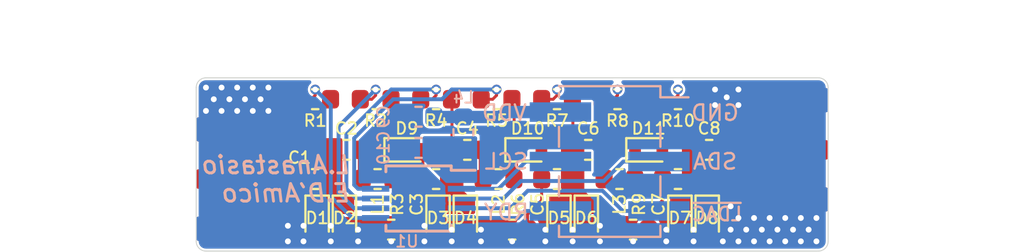
<source format=kicad_pcb>
(kicad_pcb (version 20171130) (host pcbnew 5.1.5-52549c5~84~ubuntu16.04.1)
  (title_block (title "Tunable Filter") (company "Luca Anastasio and Emanuele D'Amico"))
  (layers (0 F.Cu signal) (1 In1.Cu power hide) (2 In2.Cu power hide) (31 B.Cu signal hide) (34 B.Paste user) (35 F.Paste user) (36 B.SilkS user hide) (37 F.SilkS user hide) (38 B.Mask user) (39 F.Mask user) (44 Edge.Cuts user))
  (net 0 "")
  (net 1 GND)
  (net 2 VDDA)
  (net 3 VDD)
  (net 4 /RF/inv0/Vd)
  (net 5 /RF/RFin)
  (net 6 /RF/res0/In)
  (net 7 /RF/inv1/Vd)
  (net 8 /RF/inv1/In)
  (net 9 /RF/res1/In)
  (net 10 /RF/inv2/Vd)
  (net 11 /RF/inv2/In)
  (net 12 /RF/res2/In)
  (net 13 /RF/inv3/In)
  (net 14 /RF/inv3/Vd)
  (net 15 /RF/RFout)
  (net 16 /RF/V0)
  (net 17 /RF/V1)
  (net 18 /RF/V2)
  (net 19 /RF/V3)
  (net 20 /RF/res0/Vd+)
  (net 21 /RF/res1/Vd+)
  (net 22 /RF/res2/Vd+)
  (net 23 /DAC/RDY)
  (net 24 /DAC/~LDAC)
  (net 25 /DAC/SCL)
  (net 26 /DAC/SDA)
  (module libs:D_SOD-523 (layer F.Cu) (at 173.3 103.3 270)
    (fp_text reference D7 (at 0 0 180) (layer F.SilkS) (effects (font (size 0.6 0.6) (thickness 0.1))))
    (fp_text value BB202)
    (fp_line (start -1.15 -0.6) (end -1.15 0.6) (layer F.SilkS) (width 0.12))
    (fp_line (start 0.7 -0.6) (end -1.15 -0.6) (layer F.SilkS) (width 0.12))
    (fp_line (start 0.7 0.6) (end -1.15 0.6) (layer F.SilkS) (width 0.12))
    (pad 2 smd roundrect (at 0.7 0 90) (size 0.6 0.7) (layers F.Cu F.Paste F.Mask) (net 1 GND))
    (pad 1 smd roundrect (at -0.7 0 90) (size 0.6 0.7) (layers F.Cu F.Paste F.Mask) (net 14 /RF/inv3/Vd))
  )
  (module libs:D_SOD-523 (layer F.Cu) (at 167.1 103.3 270)
    (fp_text reference D5 (at 0 0 180) (layer F.SilkS) (effects (font (size 0.6 0.6) (thickness 0.1))))
    (fp_text value BB202)
    (fp_line (start -1.15 -0.6) (end -1.15 0.6) (layer F.SilkS) (width 0.12))
    (fp_line (start 0.7 -0.6) (end -1.15 -0.6) (layer F.SilkS) (width 0.12))
    (fp_line (start 0.7 0.6) (end -1.15 0.6) (layer F.SilkS) (width 0.12))
    (pad 2 smd roundrect (at 0.7 0 90) (size 0.6 0.7) (layers F.Cu F.Paste F.Mask) (net 1 GND))
    (pad 1 smd roundrect (at -0.7 0 90) (size 0.6 0.7) (layers F.Cu F.Paste F.Mask) (net 10 /RF/inv2/Vd))
  )
  (module libs:D_SOD-523 (layer F.Cu) (at 160.9 103.3 270)
    (fp_text reference D3 (at 0 0 180) (layer F.SilkS) (effects (font (size 0.6 0.6) (thickness 0.1))))
    (fp_text value BB202)
    (fp_line (start -1.15 -0.6) (end -1.15 0.6) (layer F.SilkS) (width 0.12))
    (fp_line (start 0.7 -0.6) (end -1.15 -0.6) (layer F.SilkS) (width 0.12))
    (fp_line (start 0.7 0.6) (end -1.15 0.6) (layer F.SilkS) (width 0.12))
    (pad 2 smd roundrect (at 0.7 0 90) (size 0.6 0.7) (layers F.Cu F.Paste F.Mask) (net 1 GND))
    (pad 1 smd roundrect (at -0.7 0 90) (size 0.6 0.7) (layers F.Cu F.Paste F.Mask) (net 7 /RF/inv1/Vd))
  )
  (module libs:D_SOD-523 (layer F.Cu) (at 154.7 103.3 270)
    (fp_text reference D1 (at 0 0 180) (layer F.SilkS) (effects (font (size 0.6 0.6) (thickness 0.1))))
    (fp_text value BB202)
    (fp_line (start -1.15 -0.6) (end -1.15 0.6) (layer F.SilkS) (width 0.12))
    (fp_line (start 0.7 -0.6) (end -1.15 -0.6) (layer F.SilkS) (width 0.12))
    (fp_line (start 0.7 0.6) (end -1.15 0.6) (layer F.SilkS) (width 0.12))
    (pad 2 smd roundrect (at 0.7 0 90) (size 0.6 0.7) (layers F.Cu F.Paste F.Mask) (net 1 GND))
    (pad 1 smd roundrect (at -0.7 0 90) (size 0.6 0.7) (layers F.Cu F.Paste F.Mask) (net 4 /RF/inv0/Vd))
  )
  (module Connector_PinHeader_2.54mm:PinHeader_2x03_P2.54mm_Vertical_SMD (layer B.Cu) (at 169.7 100.4 180)
    (fp_text reference J3 hide)
    (fp_text value Conn_01x06_Male)
    (fp_line (start -2.6 3.87) (end 2.6 3.87) (layer B.SilkS) (width 0.12))
    (fp_line (start -2.6 -3.87) (end 2.6 -3.87) (layer B.SilkS) (width 0.12))
    (fp_line (start -4.04 3.3) (end -2.6 3.3) (layer B.SilkS) (width 0.12))
    (fp_line (start -2.6 3.87) (end -2.6 3.3) (layer B.SilkS) (width 0.12))
    (fp_line (start 2.6 3.87) (end 2.6 3.3) (layer B.SilkS) (width 0.12))
    (fp_line (start -2.6 -3.3) (end -2.6 -3.87) (layer B.SilkS) (width 0.12))
    (fp_line (start 2.6 -3.3) (end 2.6 -3.87) (layer B.SilkS) (width 0.12))
    (fp_line (start -2.6 1.78) (end -2.6 0.76) (layer B.SilkS) (width 0.12))
    (fp_line (start 2.6 1.78) (end 2.6 0.76) (layer B.SilkS) (width 0.12))
    (fp_line (start -2.6 -0.76) (end -2.6 -1.78) (layer B.SilkS) (width 0.12))
    (fp_line (start 2.6 -0.76) (end 2.6 -1.78) (layer B.SilkS) (width 0.12))
    (pad 1 smd rect (at -2.525 2.54 180) (size 3.15 1) (layers B.Cu B.Paste B.Mask) (net 1 GND))
    (pad 2 smd rect (at 2.525 2.54 180) (size 3.15 1) (layers B.Cu B.Paste B.Mask) (net 3 VDD))
    (pad 3 smd rect (at -2.525 0 180) (size 3.15 1) (layers B.Cu B.Paste B.Mask) (net 26 /DAC/SDA))
    (pad 4 smd rect (at 2.525 0 180) (size 3.15 1) (layers B.Cu B.Paste B.Mask) (net 25 /DAC/SCL))
    (pad 5 smd rect (at -2.525 -2.54 180) (size 3.15 1) (layers B.Cu B.Paste B.Mask) (net 24 /DAC/~LDAC))
    (pad 6 smd rect (at 2.525 -2.54 180) (size 3.15 1) (layers B.Cu B.Paste B.Mask) (net 23 /DAC/RDY))
  )
  (module Capacitor_SMD:C_0603_1608Metric (layer B.Cu) (at 159.9 98.1 180)
    (fp_text reference C9 (at 1.8 0 90) (layer B.SilkS) (effects (font (size 0.6 0.6) (thickness 0.1)) (justify mirror)))
    (fp_text value 4.7u)
    (fp_line (start -0.162779 -0.51) (end 0.162779 -0.51) (layer B.SilkS) (width 0.12))
    (fp_line (start -0.162779 0.51) (end 0.162779 0.51) (layer B.SilkS) (width 0.12))
    (pad 2 smd roundrect (at 0.7875 0 180) (size 0.875 0.95) (layers B.Cu B.Paste B.Mask) (net 1 GND))
    (pad 1 smd roundrect (at -0.7875 0 180) (size 0.875 0.95) (layers B.Cu B.Paste B.Mask) (net 3 VDD))
  )
  (module Inductor_SMD:L_0603_1608Metric (layer B.Cu) (at 162.2 98.9 90)
    (fp_text reference L4 (at 1.8 0) (layer B.SilkS) (effects (font (size 0.6 0.6) (thickness 0.1)) (justify mirror)))
    (fp_text value 180R)
    (fp_line (start -0.162779 -0.51) (end 0.162779 -0.51) (layer B.SilkS) (width 0.12))
    (fp_line (start -0.162779 0.51) (end 0.162779 0.51) (layer B.SilkS) (width 0.12))
    (pad 2 smd roundrect (at 0.7875 0 90) (size 0.875 0.95) (layers B.Cu B.Paste B.Mask) (net 3 VDD))
    (pad 1 smd roundrect (at -0.7875 0 90) (size 0.875 0.95) (layers B.Cu B.Paste B.Mask) (net 2 VDDA))
  )
  (module libs:SMA_generic_EdgeMount (layer F.Cu) (at 148.5 101.3)
    (fp_text reference J1 hide)
    (fp_text value Conn_Coaxial)
    (pad 2 smd roundrect (at 2.125 2.55) (size 4.25 1.25) (layers B.Cu B.Paste B.Mask) (roundrect_rratio 0.1) (net 1 GND))
    (pad 2 smd roundrect (at 2.125 -2.55) (size 4.25 1.25) (layers F.Cu F.Paste F.Mask) (roundrect_rratio 0.1) (net 1 GND))
    (pad 1 smd roundrect (at 2.125 0) (size 4.25 1) (layers F.Cu F.Paste F.Mask) (roundrect_rratio 0.1) (net 5 /RF/RFin))
    (pad 2 smd roundrect (at 2.125 2.55) (size 4.25 1.25) (layers B.Cu B.Paste B.Mask) (roundrect_rratio 0.1) (net 1 GND))
    (pad 2 smd roundrect (at 2.125 2.55) (size 4.25 1.25) (layers F.Cu F.Paste F.Mask) (roundrect_rratio 0.1) (net 1 GND))
    (pad 2 smd roundrect (at 2.125 -2.55) (size 4.25 1.25) (layers B.Cu B.Paste B.Mask) (roundrect_rratio 0.1) (net 1 GND))
  )
  (module Resistor_SMD:R_0603_1608Metric (layer F.Cu) (at 173.2 97.2)
    (fp_text reference R10 (at 0 1.1) (layer F.SilkS) (effects (font (size 0.6 0.6) (thickness 0.1))))
    (fp_text value 100k)
    (fp_line (start -0.162779 0.51) (end 0.162779 0.51) (layer F.SilkS) (width 0.12))
    (fp_line (start -0.162779 -0.51) (end 0.162779 -0.51) (layer F.SilkS) (width 0.12))
    (pad 2 smd roundrect (at 0.7875 0) (size 0.875 0.95) (layers F.Cu F.Paste F.Mask) (net 14 /RF/inv3/Vd))
    (pad 1 smd roundrect (at -0.7875 0) (size 0.875 0.95) (layers F.Cu F.Paste F.Mask) (net 16 /RF/V0))
  )
  (module Resistor_SMD:R_0603_1608Metric (layer F.Cu) (at 170.9 103.9 180)
    (fp_text reference R9 (at -0.3 1.3 90) (layer F.SilkS) (effects (font (size 0.6 0.6) (thickness 0.1))))
    (fp_text value 100k)
    (fp_line (start -0.162779 0.51) (end 0.162779 0.51) (layer F.SilkS) (width 0.12))
    (fp_line (start -0.162779 -0.51) (end 0.162779 -0.51) (layer F.SilkS) (width 0.12))
    (pad 2 smd roundrect (at 0.7875 0 180) (size 0.875 0.95) (layers F.Cu F.Paste F.Mask) (net 1 GND))
    (pad 1 smd roundrect (at -0.7875 0 180) (size 0.875 0.95) (layers F.Cu F.Paste F.Mask) (net 13 /RF/inv3/In))
  )
  (module Resistor_SMD:R_0603_1608Metric (layer F.Cu) (at 170.1 97.2)
    (fp_text reference R8 (at 0 1.1) (layer F.SilkS) (effects (font (size 0.6 0.6) (thickness 0.1))))
    (fp_text value 100k)
    (fp_line (start -0.162779 0.51) (end 0.162779 0.51) (layer F.SilkS) (width 0.12))
    (fp_line (start -0.162779 -0.51) (end 0.162779 -0.51) (layer F.SilkS) (width 0.12))
    (pad 2 smd roundrect (at 0.7875 0) (size 0.875 0.95) (layers F.Cu F.Paste F.Mask) (net 22 /RF/res2/Vd+))
    (pad 1 smd roundrect (at -0.7875 0) (size 0.875 0.95) (layers F.Cu F.Paste F.Mask) (net 17 /RF/V1))
  )
  (module Resistor_SMD:R_0603_1608Metric (layer F.Cu) (at 167 97.2)
    (fp_text reference R7 (at 0 1.1) (layer F.SilkS) (effects (font (size 0.6 0.6) (thickness 0.1))))
    (fp_text value 100k)
    (fp_line (start -0.162779 0.51) (end 0.162779 0.51) (layer F.SilkS) (width 0.12))
    (fp_line (start -0.162779 -0.51) (end 0.162779 -0.51) (layer F.SilkS) (width 0.12))
    (pad 2 smd roundrect (at 0.7875 0) (size 0.875 0.95) (layers F.Cu F.Paste F.Mask) (net 10 /RF/inv2/Vd))
    (pad 1 smd roundrect (at -0.7875 0) (size 0.875 0.95) (layers F.Cu F.Paste F.Mask) (net 18 /RF/V2))
  )
  (module Resistor_SMD:R_0603_1608Metric (layer F.Cu) (at 164.7 103.9 180)
    (fp_text reference R6 (at -0.3 1.3 270) (layer F.SilkS) (effects (font (size 0.6 0.6) (thickness 0.1))))
    (fp_text value 100k)
    (fp_line (start -0.162779 -0.51) (end 0.162779 -0.51) (layer F.SilkS) (width 0.12))
    (fp_line (start -0.162779 0.51) (end 0.162779 0.51) (layer F.SilkS) (width 0.12))
    (pad 1 smd roundrect (at -0.7875 0 180) (size 0.875 0.95) (layers F.Cu F.Paste F.Mask) (net 11 /RF/inv2/In))
    (pad 2 smd roundrect (at 0.7875 0 180) (size 0.875 0.95) (layers F.Cu F.Paste F.Mask) (net 1 GND))
  )
  (module Resistor_SMD:R_0603_1608Metric (layer F.Cu) (at 163.9 97.2)
    (fp_text reference R5 (at 0 1.1) (layer F.SilkS) (effects (font (size 0.6 0.6) (thickness 0.1))))
    (fp_text value 100k)
    (fp_line (start -0.162779 -0.51) (end 0.162779 -0.51) (layer F.SilkS) (width 0.12))
    (fp_line (start -0.162779 0.51) (end 0.162779 0.51) (layer F.SilkS) (width 0.12))
    (pad 1 smd roundrect (at -0.7875 0) (size 0.875 0.95) (layers F.Cu F.Paste F.Mask) (net 19 /RF/V3))
    (pad 2 smd roundrect (at 0.7875 0) (size 0.875 0.95) (layers F.Cu F.Paste F.Mask) (net 21 /RF/res1/Vd+))
  )
  (module Resistor_SMD:R_0603_1608Metric (layer F.Cu) (at 160.8 97.2)
    (fp_text reference R4 (at 0 1.1) (layer F.SilkS) (effects (font (size 0.6 0.6) (thickness 0.1))))
    (fp_text value 100k)
    (fp_line (start -0.162779 -0.51) (end 0.162779 -0.51) (layer F.SilkS) (width 0.12))
    (fp_line (start -0.162779 0.51) (end 0.162779 0.51) (layer F.SilkS) (width 0.12))
    (pad 1 smd roundrect (at -0.7875 0) (size 0.875 0.95) (layers F.Cu F.Paste F.Mask) (net 18 /RF/V2))
    (pad 2 smd roundrect (at 0.7875 0) (size 0.875 0.95) (layers F.Cu F.Paste F.Mask) (net 7 /RF/inv1/Vd))
  )
  (module Resistor_SMD:R_0603_1608Metric (layer F.Cu) (at 158.5 103.9 180)
    (fp_text reference R3 (at -0.3 1.3 270) (layer F.SilkS) (effects (font (size 0.6 0.6) (thickness 0.1))))
    (fp_text value 100k)
    (fp_line (start -0.162779 -0.51) (end 0.162779 -0.51) (layer F.SilkS) (width 0.12))
    (fp_line (start -0.162779 0.51) (end 0.162779 0.51) (layer F.SilkS) (width 0.12))
    (pad 1 smd roundrect (at -0.7875 0 180) (size 0.875 0.95) (layers F.Cu F.Paste F.Mask) (net 8 /RF/inv1/In))
    (pad 2 smd roundrect (at 0.7875 0 180) (size 0.875 0.95) (layers F.Cu F.Paste F.Mask) (net 1 GND))
  )
  (module Resistor_SMD:R_0603_1608Metric (layer F.Cu) (at 157.7 97.2)
    (fp_text reference R2 (at 0 1.1) (layer F.SilkS) (effects (font (size 0.6 0.6) (thickness 0.1))))
    (fp_text value 100k)
    (fp_line (start -0.162779 -0.51) (end 0.162779 -0.51) (layer F.SilkS) (width 0.12))
    (fp_line (start -0.162779 0.51) (end 0.162779 0.51) (layer F.SilkS) (width 0.12))
    (pad 1 smd roundrect (at -0.7875 0) (size 0.875 0.95) (layers F.Cu F.Paste F.Mask) (net 17 /RF/V1))
    (pad 2 smd roundrect (at 0.7875 0) (size 0.875 0.95) (layers F.Cu F.Paste F.Mask) (net 20 /RF/res0/Vd+))
  )
  (module Resistor_SMD:R_0603_1608Metric (layer F.Cu) (at 154.6 97.2)
    (fp_text reference R1 (at 0 1.1) (layer F.SilkS) (effects (font (size 0.6 0.6) (thickness 0.1))))
    (fp_text value 100k)
    (fp_line (start -0.162779 -0.51) (end 0.162779 -0.51) (layer F.SilkS) (width 0.12))
    (fp_line (start -0.162779 0.51) (end 0.162779 0.51) (layer F.SilkS) (width 0.12))
    (pad 1 smd roundrect (at -0.7875 0) (size 0.875 0.95) (layers F.Cu F.Paste F.Mask) (net 16 /RF/V0))
    (pad 2 smd roundrect (at 0.7875 0) (size 0.875 0.95) (layers F.Cu F.Paste F.Mask) (net 4 /RF/inv0/Vd))
  )
  (module libs:Coilcraft_0603CS (layer F.Cu) (at 170.2 101.3)
    (fp_text reference L3 (at 0 1.3 90) (layer F.SilkS) (effects (font (size 0.6 0.6) (thickness 0.1))))
    (fp_text value L0)
    (fp_line (start -0.162779 -0.51) (end 0.162779 -0.51) (layer F.SilkS) (width 0.12))
    (fp_line (start -0.162779 0.51) (end 0.162779 0.51) (layer F.SilkS) (width 0.12))
    (pad 1 smd roundrect (at -0.7875 0) (size 0.875 0.95) (layers F.Cu F.Paste F.Mask) (net 12 /RF/res2/In))
    (pad 2 smd roundrect (at 0.7875 0) (size 0.875 0.95) (layers F.Cu F.Paste F.Mask) (net 22 /RF/res2/Vd+))
  )
  (module libs:Coilcraft_0603CS (layer F.Cu) (at 164 101.3)
    (fp_text reference L2 (at 0 1.3 270) (layer F.SilkS) (effects (font (size 0.6 0.6) (thickness 0.1))))
    (fp_text value L0)
    (fp_line (start -0.162779 0.51) (end 0.162779 0.51) (layer F.SilkS) (width 0.12))
    (fp_line (start -0.162779 -0.51) (end 0.162779 -0.51) (layer F.SilkS) (width 0.12))
    (pad 2 smd roundrect (at 0.7875 0) (size 0.875 0.95) (layers F.Cu F.Paste F.Mask) (net 21 /RF/res1/Vd+))
    (pad 1 smd roundrect (at -0.7875 0) (size 0.875 0.95) (layers F.Cu F.Paste F.Mask) (net 9 /RF/res1/In))
  )
  (module libs:Coilcraft_0603CS (layer F.Cu) (at 157.8 101.3)
    (fp_text reference L1 (at 0 1.3 270) (layer F.SilkS) (effects (font (size 0.6 0.6) (thickness 0.1))))
    (fp_text value L0)
    (fp_line (start -0.162779 0.51) (end 0.162779 0.51) (layer F.SilkS) (width 0.12))
    (fp_line (start -0.162779 -0.51) (end 0.162779 -0.51) (layer F.SilkS) (width 0.12))
    (pad 2 smd roundrect (at 0.7875 0) (size 0.875 0.95) (layers F.Cu F.Paste F.Mask) (net 20 /RF/res0/Vd+))
    (pad 1 smd roundrect (at -0.7875 0) (size 0.875 0.95) (layers F.Cu F.Paste F.Mask) (net 6 /RF/res0/In))
  )
  (module libs:SMA_generic_EdgeMount (layer F.Cu) (at 180.9 99.8 180)
    (fp_text reference J2 hide)
    (fp_text value Conn_Coaxial)
    (pad 2 smd roundrect (at 2.125 -2.55 180) (size 4.25 1.25) (layers B.Cu B.Paste B.Mask) (roundrect_rratio 0.1) (net 1 GND))
    (pad 2 smd roundrect (at 2.125 2.55 180) (size 4.25 1.25) (layers F.Cu F.Paste F.Mask) (roundrect_rratio 0.1) (net 1 GND))
    (pad 2 smd roundrect (at 2.125 2.55 180) (size 4.25 1.25) (layers B.Cu B.Paste B.Mask) (roundrect_rratio 0.1) (net 1 GND))
    (pad 1 smd roundrect (at 2.125 0 180) (size 4.25 1) (layers F.Cu F.Paste F.Mask) (roundrect_rratio 0.1) (net 15 /RF/RFout))
    (pad 2 smd roundrect (at 2.125 -2.55 180) (size 4.25 1.25) (layers F.Cu F.Paste F.Mask) (roundrect_rratio 0.1) (net 1 GND))
    (pad 2 smd roundrect (at 2.125 2.55 180) (size 4.25 1.25) (layers B.Cu B.Paste B.Mask) (roundrect_rratio 0.1) (net 1 GND))
  )
  (module libs:D_SOD-523 (layer F.Cu) (at 174.7 103.3 270)
    (fp_text reference D8 (at 0 0 180) (layer F.SilkS) (effects (font (size 0.6 0.6) (thickness 0.1))))
    (fp_text value BB202)
    (fp_line (start 0.7 0.6) (end -1.15 0.6) (layer F.SilkS) (width 0.12))
    (fp_line (start 0.7 -0.6) (end -1.15 -0.6) (layer F.SilkS) (width 0.12))
    (fp_line (start -1.15 -0.6) (end -1.15 0.6) (layer F.SilkS) (width 0.12))
    (pad 1 smd roundrect (at -0.7 0 90) (size 0.6 0.7) (layers F.Cu F.Paste F.Mask) (net 14 /RF/inv3/Vd))
    (pad 2 smd roundrect (at 0.7 0 90) (size 0.6 0.7) (layers F.Cu F.Paste F.Mask) (net 1 GND))
  )
  (module libs:D_SOD-523 (layer F.Cu) (at 171.7 99.8)
    (fp_text reference D11 (at 0 -1.1) (layer F.SilkS) (effects (font (size 0.6 0.6) (thickness 0.1))))
    (fp_text value BB202)
    (fp_line (start 0.7 0.6) (end -1.15 0.6) (layer F.SilkS) (width 0.12))
    (fp_line (start 0.7 -0.6) (end -1.15 -0.6) (layer F.SilkS) (width 0.12))
    (fp_line (start -1.15 -0.6) (end -1.15 0.6) (layer F.SilkS) (width 0.12))
    (pad 1 smd roundrect (at -0.7 0 180) (size 0.6 0.7) (layers F.Cu F.Paste F.Mask) (net 22 /RF/res2/Vd+))
    (pad 2 smd roundrect (at 0.7 0 180) (size 0.6 0.7) (layers F.Cu F.Paste F.Mask) (net 13 /RF/inv3/In))
  )
  (module libs:D_SOD-523 (layer F.Cu) (at 168.5 103.3 270)
    (fp_text reference D6 (at 0 0 180) (layer F.SilkS) (effects (font (size 0.6 0.6) (thickness 0.1))))
    (fp_text value BB202)
    (fp_line (start 0.7 0.6) (end -1.15 0.6) (layer F.SilkS) (width 0.12))
    (fp_line (start 0.7 -0.6) (end -1.15 -0.6) (layer F.SilkS) (width 0.12))
    (fp_line (start -1.15 -0.6) (end -1.15 0.6) (layer F.SilkS) (width 0.12))
    (pad 1 smd roundrect (at -0.7 0 90) (size 0.6 0.7) (layers F.Cu F.Paste F.Mask) (net 10 /RF/inv2/Vd))
    (pad 2 smd roundrect (at 0.7 0 90) (size 0.6 0.7) (layers F.Cu F.Paste F.Mask) (net 1 GND))
  )
  (module libs:D_SOD-523 (layer F.Cu) (at 165.5 99.8)
    (fp_text reference D10 (at 0 -1.1) (layer F.SilkS) (effects (font (size 0.6 0.6) (thickness 0.1))))
    (fp_text value BB202)
    (fp_line (start 0.7 0.6) (end -1.15 0.6) (layer F.SilkS) (width 0.12))
    (fp_line (start 0.7 -0.6) (end -1.15 -0.6) (layer F.SilkS) (width 0.12))
    (fp_line (start -1.15 -0.6) (end -1.15 0.6) (layer F.SilkS) (width 0.12))
    (pad 1 smd roundrect (at -0.7 0 180) (size 0.6 0.7) (layers F.Cu F.Paste F.Mask) (net 21 /RF/res1/Vd+))
    (pad 2 smd roundrect (at 0.7 0 180) (size 0.6 0.7) (layers F.Cu F.Paste F.Mask) (net 11 /RF/inv2/In))
  )
  (module libs:D_SOD-523 (layer F.Cu) (at 162.3 103.3 270)
    (fp_text reference D4 (at 0 0 180) (layer F.SilkS) (effects (font (size 0.6 0.6) (thickness 0.1))))
    (fp_text value BB202)
    (fp_line (start -1.15 -0.6) (end -1.15 0.6) (layer F.SilkS) (width 0.12))
    (fp_line (start 0.7 -0.6) (end -1.15 -0.6) (layer F.SilkS) (width 0.12))
    (fp_line (start 0.7 0.6) (end -1.15 0.6) (layer F.SilkS) (width 0.12))
    (pad 2 smd roundrect (at 0.7 0 90) (size 0.6 0.7) (layers F.Cu F.Paste F.Mask) (net 1 GND))
    (pad 1 smd roundrect (at -0.7 0 90) (size 0.6 0.7) (layers F.Cu F.Paste F.Mask) (net 7 /RF/inv1/Vd))
  )
  (module libs:D_SOD-523 (layer F.Cu) (at 159.3 99.8)
    (fp_text reference D9 (at 0 -1.1) (layer F.SilkS) (effects (font (size 0.6 0.6) (thickness 0.1))))
    (fp_text value BB202)
    (fp_line (start 0.7 0.6) (end -1.15 0.6) (layer F.SilkS) (width 0.12))
    (fp_line (start 0.7 -0.6) (end -1.15 -0.6) (layer F.SilkS) (width 0.12))
    (fp_line (start -1.15 -0.6) (end -1.15 0.6) (layer F.SilkS) (width 0.12))
    (pad 1 smd roundrect (at -0.7 0 180) (size 0.6 0.7) (layers F.Cu F.Paste F.Mask) (net 20 /RF/res0/Vd+))
    (pad 2 smd roundrect (at 0.7 0 180) (size 0.6 0.7) (layers F.Cu F.Paste F.Mask) (net 8 /RF/inv1/In))
  )
  (module libs:D_SOD-523 (layer F.Cu) (at 156.1 103.3 270)
    (fp_text reference D2 (at 0 0 180) (layer F.SilkS) (effects (font (size 0.6 0.6) (thickness 0.1))))
    (fp_text value BB202)
    (fp_line (start -1.15 -0.6) (end -1.15 0.6) (layer F.SilkS) (width 0.12))
    (fp_line (start 0.7 -0.6) (end -1.15 -0.6) (layer F.SilkS) (width 0.12))
    (fp_line (start 0.7 0.6) (end -1.15 0.6) (layer F.SilkS) (width 0.12))
    (pad 2 smd roundrect (at 0.7 0 90) (size 0.6 0.7) (layers F.Cu F.Paste F.Mask) (net 1 GND))
    (pad 1 smd roundrect (at -0.7 0 90) (size 0.6 0.7) (layers F.Cu F.Paste F.Mask) (net 4 /RF/inv0/Vd))
  )
  (module Capacitor_SMD:C_0603_1608Metric (layer B.Cu) (at 159.9 99.7 180)
    (fp_text reference C10 (at 1.8 0 90) (layer B.SilkS) (effects (font (size 0.6 0.6) (thickness 0.1)) (justify mirror)))
    (fp_text value 100n)
    (fp_line (start -0.162779 0.51) (end 0.162779 0.51) (layer B.SilkS) (width 0.12))
    (fp_line (start -0.162779 -0.51) (end 0.162779 -0.51) (layer B.SilkS) (width 0.12))
    (pad 1 smd roundrect (at -0.7875 0 180) (size 0.875 0.95) (layers B.Cu B.Paste B.Mask) (net 2 VDDA))
    (pad 2 smd roundrect (at 0.7875 0 180) (size 0.875 0.95) (layers B.Cu B.Paste B.Mask) (net 1 GND))
  )
  (module Capacitor_SMD:C_0603_1608Metric (layer F.Cu) (at 174.8 99.8)
    (fp_text reference C8 (at 0 -1.1) (layer F.SilkS) (effects (font (size 0.6 0.6) (thickness 0.1))))
    (fp_text value 100n)
    (fp_line (start -0.162779 0.51) (end 0.162779 0.51) (layer F.SilkS) (width 0.12))
    (fp_line (start -0.162779 -0.51) (end 0.162779 -0.51) (layer F.SilkS) (width 0.12))
    (pad 2 smd roundrect (at 0.7875 0) (size 0.875 0.95) (layers F.Cu F.Paste F.Mask) (net 15 /RF/RFout))
    (pad 1 smd roundrect (at -0.7875 0) (size 0.875 0.95) (layers F.Cu F.Paste F.Mask) (net 14 /RF/inv3/Vd))
  )
  (module Capacitor_SMD:C_0603_1608Metric (layer F.Cu) (at 173.2 101.3)
    (fp_text reference C7 (at -1 1.3 90) (layer F.SilkS) (effects (font (size 0.6 0.6) (thickness 0.1))))
    (fp_text value 100n)
    (fp_line (start -0.162779 0.51) (end 0.162779 0.51) (layer F.SilkS) (width 0.12))
    (fp_line (start -0.162779 -0.51) (end 0.162779 -0.51) (layer F.SilkS) (width 0.12))
    (pad 2 smd roundrect (at 0.7875 0) (size 0.875 0.95) (layers F.Cu F.Paste F.Mask) (net 14 /RF/inv3/Vd))
    (pad 1 smd roundrect (at -0.7875 0) (size 0.875 0.95) (layers F.Cu F.Paste F.Mask) (net 13 /RF/inv3/In))
  )
  (module Capacitor_SMD:C_0603_1608Metric (layer F.Cu) (at 168.6 99.8)
    (fp_text reference C6 (at 0 -1.1) (layer F.SilkS) (effects (font (size 0.6 0.6) (thickness 0.1))))
    (fp_text value 100n)
    (fp_line (start -0.162779 -0.51) (end 0.162779 -0.51) (layer F.SilkS) (width 0.12))
    (fp_line (start -0.162779 0.51) (end 0.162779 0.51) (layer F.SilkS) (width 0.12))
    (pad 1 smd roundrect (at -0.7875 0) (size 0.875 0.95) (layers F.Cu F.Paste F.Mask) (net 10 /RF/inv2/Vd))
    (pad 2 smd roundrect (at 0.7875 0) (size 0.875 0.95) (layers F.Cu F.Paste F.Mask) (net 12 /RF/res2/In))
  )
  (module Capacitor_SMD:C_0603_1608Metric (layer F.Cu) (at 167 101.3)
    (fp_text reference C5 (at -1 1.3 270) (layer F.SilkS) (effects (font (size 0.6 0.6) (thickness 0.1))))
    (fp_text value 100n)
    (fp_line (start -0.162779 -0.51) (end 0.162779 -0.51) (layer F.SilkS) (width 0.12))
    (fp_line (start -0.162779 0.51) (end 0.162779 0.51) (layer F.SilkS) (width 0.12))
    (pad 1 smd roundrect (at -0.7875 0) (size 0.875 0.95) (layers F.Cu F.Paste F.Mask) (net 11 /RF/inv2/In))
    (pad 2 smd roundrect (at 0.7875 0) (size 0.875 0.95) (layers F.Cu F.Paste F.Mask) (net 10 /RF/inv2/Vd))
  )
  (module Capacitor_SMD:C_0603_1608Metric (layer F.Cu) (at 162.4 99.8)
    (fp_text reference C4 (at 0 -1.1) (layer F.SilkS) (effects (font (size 0.6 0.6) (thickness 0.1))))
    (fp_text value 100n)
    (fp_line (start -0.162779 -0.51) (end 0.162779 -0.51) (layer F.SilkS) (width 0.12))
    (fp_line (start -0.162779 0.51) (end 0.162779 0.51) (layer F.SilkS) (width 0.12))
    (pad 1 smd roundrect (at -0.7875 0) (size 0.875 0.95) (layers F.Cu F.Paste F.Mask) (net 7 /RF/inv1/Vd))
    (pad 2 smd roundrect (at 0.7875 0) (size 0.875 0.95) (layers F.Cu F.Paste F.Mask) (net 9 /RF/res1/In))
  )
  (module Capacitor_SMD:C_0603_1608Metric (layer F.Cu) (at 160.8 101.3)
    (fp_text reference C3 (at -1 1.3 90) (layer F.SilkS) (effects (font (size 0.6 0.6) (thickness 0.1))))
    (fp_text value 100n)
    (fp_line (start -0.162779 -0.51) (end 0.162779 -0.51) (layer F.SilkS) (width 0.12))
    (fp_line (start -0.162779 0.51) (end 0.162779 0.51) (layer F.SilkS) (width 0.12))
    (pad 1 smd roundrect (at -0.7875 0) (size 0.875 0.95) (layers F.Cu F.Paste F.Mask) (net 8 /RF/inv1/In))
    (pad 2 smd roundrect (at 0.7875 0) (size 0.875 0.95) (layers F.Cu F.Paste F.Mask) (net 7 /RF/inv1/Vd))
  )
  (module Package_SO:MSOP-10_3x3mm_P0.5mm (layer B.Cu) (at 159.9 102.3 180)
    (fp_text reference U1 (at 0.6 -2.2) (layer B.SilkS) (effects (font (size 0.6 0.6) (thickness 0.1)) (justify mirror)))
    (fp_text value MCP4728)
    (fp_line (start -1.675 1.675) (end -1.675 1.45) (layer B.SilkS) (width 0.15))
    (fp_line (start 1.675 1.675) (end 1.675 1.375) (layer B.SilkS) (width 0.15))
    (fp_line (start 1.675 -1.675) (end 1.675 -1.375) (layer B.SilkS) (width 0.15))
    (fp_line (start -1.675 -1.675) (end -1.675 -1.375) (layer B.SilkS) (width 0.15))
    (fp_line (start -1.675 1.675) (end 1.675 1.675) (layer B.SilkS) (width 0.15))
    (fp_line (start -1.675 -1.675) (end 1.675 -1.675) (layer B.SilkS) (width 0.15))
    (fp_line (start -1.675 1.45) (end -2.9 1.45) (layer B.SilkS) (width 0.15))
    (pad 1 smd rect (at -2.2 1 180) (size 1.4 0.3) (layers B.Cu B.Paste B.Mask) (net 2 VDDA))
    (pad 2 smd rect (at -2.2 0.5 180) (size 1.4 0.3) (layers B.Cu B.Paste B.Mask) (net 25 /DAC/SCL))
    (pad 3 smd rect (at -2.2 0 180) (size 1.4 0.3) (layers B.Cu B.Paste B.Mask) (net 26 /DAC/SDA))
    (pad 4 smd rect (at -2.2 -0.5 180) (size 1.4 0.3) (layers B.Cu B.Paste B.Mask) (net 24 /DAC/~LDAC))
    (pad 5 smd rect (at -2.2 -1 180) (size 1.4 0.3) (layers B.Cu B.Paste B.Mask) (net 23 /DAC/RDY))
    (pad 6 smd rect (at 2.2 -1 180) (size 1.4 0.3) (layers B.Cu B.Paste B.Mask) (net 16 /RF/V0))
    (pad 7 smd rect (at 2.2 -0.5 180) (size 1.4 0.3) (layers B.Cu B.Paste B.Mask) (net 17 /RF/V1))
    (pad 8 smd rect (at 2.2 0 180) (size 1.4 0.3) (layers B.Cu B.Paste B.Mask) (net 18 /RF/V2))
    (pad 9 smd rect (at 2.2 0.5 180) (size 1.4 0.3) (layers B.Cu B.Paste B.Mask) (net 19 /RF/V3))
    (pad 10 smd rect (at 2.2 1 180) (size 1.4 0.3) (layers B.Cu B.Paste B.Mask) (net 1 GND))
  )
  (module Capacitor_SMD:C_0603_1608Metric (layer F.Cu) (at 154.6 101.3)
    (fp_text reference C1 (at -0.8 -1.1 180) (layer F.SilkS) (effects (font (size 0.6 0.6) (thickness 0.1))))
    (fp_text value 100n)
    (fp_line (start -0.162779 -0.51) (end 0.162779 -0.51) (layer F.SilkS) (width 0.12))
    (fp_line (start -0.162779 0.51) (end 0.162779 0.51) (layer F.SilkS) (width 0.12))
    (pad 1 smd roundrect (at -0.7875 0) (size 0.875 0.95) (layers F.Cu F.Paste F.Mask) (net 5 /RF/RFin))
    (pad 2 smd roundrect (at 0.7875 0) (size 0.875 0.95) (layers F.Cu F.Paste F.Mask) (net 4 /RF/inv0/Vd))
  )
  (module Capacitor_SMD:C_0603_1608Metric (layer F.Cu) (at 156.2 99.8)
    (fp_text reference C2 (at 0 -1.1) (layer F.SilkS) (effects (font (size 0.6 0.6) (thickness 0.1))))
    (fp_text value 100n)
    (fp_line (start -0.162779 -0.51) (end 0.162779 -0.51) (layer F.SilkS) (width 0.12))
    (fp_line (start -0.162779 0.51) (end 0.162779 0.51) (layer F.SilkS) (width 0.12))
    (pad 1 smd roundrect (at -0.7875 0) (size 0.875 0.95) (layers F.Cu F.Paste F.Mask) (net 4 /RF/inv0/Vd))
    (pad 2 smd roundrect (at 0.7875 0) (size 0.875 0.95) (layers F.Cu F.Paste F.Mask) (net 6 /RF/res0/In))
  )
  (gr_text "L.Anastasio\nE.D'Amico" (at 156.5 101.3) (layer B.SilkS) (effects (font (size 0.9 0.9) (thickness 0.15) italic) (justify left mirror)))
  (gr_text RDY (at 164.4 103) (layer B.SilkS) (effects (font (size 0.8 0.8) (thickness 0.12)) (justify mirror)))
  (gr_text SCL (at 164.4 100.4) (layer B.SilkS) (effects (font (size 0.8 0.8) (thickness 0.12)) (justify mirror)))
  (gr_text VDD (at 164.3 97.9) (layer B.SilkS) (effects (font (size 0.8 0.8) (thickness 0.12)) (justify mirror)))
  (gr_text ~LDAC (at 175.2 103.1) (layer B.SilkS) (effects (font (size 0.7 0.7) (thickness 0.12)) (justify mirror)))
  (gr_text SDA (at 175.1 100.4) (layer B.SilkS) (effects (font (size 0.8 0.8) (thickness 0.12)) (justify mirror)))
  (gr_text GND (at 175.1 97.9) (layer B.SilkS) (effects (font (size 0.8 0.8) (thickness 0.12)) (justify mirror)))
  (gr_line (start 149 96.1) (end 180.4 96.1) (layer Edge.Cuts) (width 0.05))
  (gr_line (start 180.4 105) (end 149 105) (layer Edge.Cuts) (width 0.05))
  (gr_line (start 180.9 104.5) (end 180.9 96.6) (layer Edge.Cuts) (width 0.05))
  (gr_line (start 148.5 104.5) (end 148.5 96.6) (layer Edge.Cuts) (width 0.05))
  (gr_arc (start 180.4 96.6) (end 180.9 96.6) (angle -90) (layer Edge.Cuts) (width 0.05))
  (gr_arc (start 180.4 104.5) (end 180.4 105) (angle -90) (layer Edge.Cuts) (width 0.05))
  (gr_arc (start 149 104.5) (end 148.5 104.5) (angle -90) (layer Edge.Cuts) (width 0.05))
  (gr_arc (start 149 96.6) (end 149 96.1) (angle -90) (layer Edge.Cuts) (width 0.05))
  (via (at 158.5 104.5) (size 0.5) (drill 0.3) (layers F.Cu B.Cu) (net 1))
  (via (at 155.4 103.7) (size 0.5) (drill 0.3) (layers F.Cu B.Cu) (net 1))
  (via (at 154 103.7) (size 0.5) (drill 0.3) (layers F.Cu B.Cu) (net 1))
  (via (at 154 104.5) (size 0.5) (drill 0.3) (layers F.Cu B.Cu) (net 1))
  (via (at 153.2 104.5) (size 0.5) (drill 0.3) (layers F.Cu B.Cu) (net 1))
  (via (at 153.2 103.7) (size 0.5) (drill 0.3) (layers F.Cu B.Cu) (net 1))
  (via (at 155.4 104.5) (size 0.5) (drill 0.3) (layers F.Cu B.Cu) (net 1))
  (via (at 156.8 104.5) (size 0.5) (drill 0.3) (layers F.Cu B.Cu) (net 1))
  (via (at 161.6 104.5) (size 0.5) (drill 0.3) (layers F.Cu B.Cu) (net 1))
  (via (at 161.6 103.9) (size 0.5) (drill 0.3) (layers F.Cu B.Cu) (net 1))
  (via (at 167.8 104.5) (size 0.5) (drill 0.3) (layers F.Cu B.Cu) (net 1))
  (via (at 174 104.5) (size 0.5) (drill 0.3) (layers F.Cu B.Cu) (net 1))
  (via (at 163.1 104.5) (size 0.5) (drill 0.3) (layers F.Cu B.Cu) (net 1))
  (via (at 169.2 104.5) (size 0.5) (drill 0.3) (layers F.Cu B.Cu) (net 1))
  (via (at 167.8 103.9) (size 0.5) (drill 0.3) (layers F.Cu B.Cu) (net 1))
  (via (at 163.1 103.9) (size 0.5) (drill 0.3) (layers F.Cu B.Cu) (net 1))
  (via (at 175.5 104.5) (size 0.5) (drill 0.3) (layers F.Cu B.Cu) (net 1))
  (via (at 176.3 104.5) (size 0.5) (drill 0.3) (layers F.Cu B.Cu) (net 1))
  (via (at 177.1 104.5) (size 0.5) (drill 0.3) (layers F.Cu B.Cu) (net 1))
  (via (at 177.9 104.5) (size 0.5) (drill 0.3) (layers F.Cu B.Cu) (net 1))
  (via (at 178.7 104.5) (size 0.5) (drill 0.3) (layers F.Cu B.Cu) (net 1))
  (via (at 179.5 104.5) (size 0.5) (drill 0.3) (layers F.Cu B.Cu) (net 1))
  (via (at 180.3 104.5) (size 0.5) (drill 0.3) (layers F.Cu B.Cu) (net 1))
  (via (at 174 103.9) (size 0.5) (drill 0.3) (layers F.Cu B.Cu) (net 1))
  (via (at 175.9 103.9) (size 0.5) (drill 0.3) (layers F.Cu B.Cu) (net 1))
  (via (at 176.7 103.9) (size 0.5) (drill 0.3) (layers F.Cu B.Cu) (net 1))
  (via (at 177.5 103.9) (size 0.5) (drill 0.3) (layers F.Cu B.Cu) (net 1))
  (via (at 178.3 103.9) (size 0.5) (drill 0.3) (layers F.Cu B.Cu) (net 1))
  (via (at 179.1 103.9) (size 0.5) (drill 0.3) (layers F.Cu B.Cu) (net 1))
  (via (at 179.5 103.3) (size 0.5) (drill 0.3) (layers F.Cu B.Cu) (net 1))
  (via (at 178.7 103.3) (size 0.5) (drill 0.3) (layers F.Cu B.Cu) (net 1))
  (via (at 177.9 103.3) (size 0.5) (drill 0.3) (layers F.Cu B.Cu) (net 1))
  (via (at 177.1 103.3) (size 0.5) (drill 0.3) (layers F.Cu B.Cu) (net 1))
  (via (at 176.3 103.3) (size 0.5) (drill 0.3) (layers F.Cu B.Cu) (net 1))
  (via (at 149 96.6) (size 0.5) (drill 0.3) (layers F.Cu B.Cu) (net 1))
  (via (at 149.8 96.6) (size 0.5) (drill 0.3) (layers F.Cu B.Cu) (net 1))
  (via (at 150.6 96.6) (size 0.5) (drill 0.3) (layers F.Cu B.Cu) (net 1))
  (via (at 151.4 96.6) (size 0.5) (drill 0.3) (layers F.Cu B.Cu) (net 1))
  (via (at 152.2 96.6) (size 0.5) (drill 0.3) (layers F.Cu B.Cu) (net 1))
  (via (at 149.4 97.2) (size 0.5) (drill 0.3) (layers F.Cu B.Cu) (net 1))
  (via (at 150.2 97.2) (size 0.5) (drill 0.3) (layers F.Cu B.Cu) (net 1))
  (via (at 151 97.2) (size 0.5) (drill 0.3) (layers F.Cu B.Cu) (net 1))
  (via (at 151.8 97.2) (size 0.5) (drill 0.3) (layers F.Cu B.Cu) (net 1))
  (via (at 149.8 97.8) (size 0.5) (drill 0.3) (layers F.Cu B.Cu) (net 1))
  (via (at 149 97.8) (size 0.5) (drill 0.3) (layers F.Cu B.Cu) (net 1))
  (via (at 150.6 97.8) (size 0.5) (drill 0.3) (layers F.Cu B.Cu) (net 1))
  (via (at 151.4 97.8) (size 0.5) (drill 0.3) (layers F.Cu B.Cu) (net 1))
  (via (at 152.2 97.8) (size 0.5) (drill 0.3) (layers F.Cu B.Cu) (net 1))
  (via (at 176.3 97.5) (size 0.5) (drill 0.3) (layers F.Cu B.Cu) (net 1))
  (via (at 176.3 96.7) (size 0.5) (drill 0.3) (layers F.Cu B.Cu) (net 1))
  (via (at 175.7 97.1) (size 0.5) (drill 0.3) (layers F.Cu B.Cu) (net 1))
  (via (at 175.1 96.7) (size 0.5) (drill 0.3) (layers F.Cu B.Cu) (net 1))
  (via (at 175.9 102.7) (size 0.5) (drill 0.3) (layers F.Cu B.Cu) (net 1))
  (via (at 160.2 104.5) (size 0.5) (drill 0.3) (layers F.Cu B.Cu) (net 1))
  (via (at 160.2 103.7) (size 0.5) (drill 0.3) (layers F.Cu B.Cu) (net 1))
  (via (at 166.4 103.9) (size 0.5) (drill 0.3) (layers F.Cu B.Cu) (net 1))
  (via (at 172.6 104.5) (size 0.5) (drill 0.3) (layers F.Cu B.Cu) (net 1))
  (via (at 172.6 103.9) (size 0.5) (drill 0.3) (layers F.Cu B.Cu) (net 1))
  (via (at 166.4 104.5) (size 0.5) (drill 0.3) (layers F.Cu B.Cu) (net 1))
  (via (at 164.7 104.5) (size 0.5) (drill 0.3) (layers F.Cu B.Cu) (net 1))
  (via (at 179.9 103.9) (size 0.5) (drill 0.3) (layers F.Cu B.Cu) (net 1))
  (via (at 180.3 103.3) (size 0.5) (drill 0.3) (layers F.Cu B.Cu) (net 1))
  (via (at 175.1 97.5) (size 0.5) (drill 0.3) (layers F.Cu B.Cu) (net 1))
  (via (at 170.9 104.5) (size 0.5) (drill 0.3) (layers F.Cu B.Cu) (net 1))
  (via (at 169.2 103.7) (size 0.5) (drill 0.3) (layers F.Cu B.Cu) (net 1))
  (via (at 156.8 103.9) (size 0.5) (drill 0.3) (layers F.Cu B.Cu) (net 1))
  (segment (start 160.7 98.1125) (end 160.6875 98.1) (width 0.635) (layer B.Cu) (net 3))
  (segment (start 162.2 98.1125) (end 160.7 98.1125) (width 0.635) (layer B.Cu) (net 3))
  (segment (start 164.0875 98.1125) (end 162.2 98.1125) (width 0.635) (layer B.Cu) (net 3))
  (segment (start 164.34 97.86) (end 164.0875 98.1125) (width 0.635) (layer B.Cu) (net 3))
  (segment (start 167.175 97.86) (end 164.34 97.86) (width 0.635) (layer B.Cu) (net 3))
  (segment (start 155.4 101.3125) (end 155.3875 101.3) (width 0.4) (layer F.Cu) (net 4))
  (segment (start 155.4 102.6) (end 155.4 101.3125) (width 0.4) (layer F.Cu) (net 4))
  (segment (start 155.4125 101.275) (end 155.3875 101.3) (width 0.4) (layer F.Cu) (net 4))
  (segment (start 155.4125 99.8) (end 155.4125 101.275) (width 0.4) (layer F.Cu) (net 4))
  (segment (start 155.4125 97.225) (end 155.3875 97.2) (width 0.15) (layer F.Cu) (net 4))
  (segment (start 155.4125 99.8) (end 155.4125 97.225) (width 0.15) (layer F.Cu) (net 4))
  (segment (start 154.7 102.6) (end 156.1 102.6) (width 0.4) (layer F.Cu) (net 4))
  (segment (start 150.625 101.3) (end 153.8125 101.3) (width 0.4) (layer F.Cu) (net 5))
  (segment (start 156.9875 101.275) (end 157.0125 101.3) (width 0.4) (layer F.Cu) (net 6))
  (segment (start 156.9875 99.8) (end 156.9875 101.275) (width 0.4) (layer F.Cu) (net 6))
  (segment (start 161.6 101.3125) (end 161.5875 101.3) (width 0.4) (layer F.Cu) (net 7))
  (segment (start 161.6 102.6) (end 161.6 101.3125) (width 0.4) (layer F.Cu) (net 7))
  (segment (start 161.6125 101.275) (end 161.5875 101.3) (width 0.4) (layer F.Cu) (net 7))
  (segment (start 161.6125 99.8) (end 161.6125 101.275) (width 0.4) (layer F.Cu) (net 7))
  (segment (start 161.6125 97.225) (end 161.5875 97.2) (width 0.15) (layer F.Cu) (net 7))
  (segment (start 161.6125 99.8) (end 161.6125 97.225) (width 0.15) (layer F.Cu) (net 7))
  (segment (start 160.9 102.6) (end 162.3 102.6) (width 0.4) (layer F.Cu) (net 7))
  (segment (start 160 101.2875) (end 160.0125 101.3) (width 0.4) (layer F.Cu) (net 8))
  (segment (start 160 99.8) (end 160 101.2875) (width 0.4) (layer F.Cu) (net 8))
  (segment (start 160.0125 101.3) (end 160.0125 102.3875) (width 0.15) (layer F.Cu) (net 8))
  (segment (start 159.2875 103.1125) (end 159.2875 103.9) (width 0.15) (layer F.Cu) (net 8))
  (segment (start 160.0125 102.3875) (end 159.2875 103.1125) (width 0.15) (layer F.Cu) (net 8))
  (segment (start 163.1875 101.275) (end 163.2125 101.3) (width 0.4) (layer F.Cu) (net 9))
  (segment (start 163.1875 99.8) (end 163.1875 101.275) (width 0.4) (layer F.Cu) (net 9))
  (segment (start 167.8 101.3125) (end 167.7875 101.3) (width 0.4) (layer F.Cu) (net 10))
  (segment (start 167.8 102.6) (end 167.8 101.3125) (width 0.4) (layer F.Cu) (net 10))
  (segment (start 167.8125 101.275) (end 167.7875 101.3) (width 0.4) (layer F.Cu) (net 10))
  (segment (start 167.8125 99.8) (end 167.8125 101.275) (width 0.4) (layer F.Cu) (net 10))
  (segment (start 167.8125 97.225) (end 167.7875 97.2) (width 0.15) (layer F.Cu) (net 10))
  (segment (start 167.8125 99.8) (end 167.8125 97.225) (width 0.15) (layer F.Cu) (net 10))
  (segment (start 167.1 102.6) (end 168.5 102.6) (width 0.4) (layer F.Cu) (net 10))
  (segment (start 166.2 101.2875) (end 166.2125 101.3) (width 0.4) (layer F.Cu) (net 11))
  (segment (start 166.2 99.8) (end 166.2 101.2875) (width 0.4) (layer F.Cu) (net 11))
  (segment (start 166.2125 101.3) (end 166.2125 102.3875) (width 0.15) (layer F.Cu) (net 11))
  (segment (start 165.4875 103.1125) (end 165.4875 103.9) (width 0.15) (layer F.Cu) (net 11))
  (segment (start 166.2125 102.3875) (end 165.4875 103.1125) (width 0.15) (layer F.Cu) (net 11))
  (segment (start 169.3875 101.275) (end 169.4125 101.3) (width 0.4) (layer F.Cu) (net 12))
  (segment (start 169.3875 99.8) (end 169.3875 101.275) (width 0.4) (layer F.Cu) (net 12))
  (segment (start 172.4 101.2875) (end 172.4125 101.3) (width 0.4) (layer F.Cu) (net 13))
  (segment (start 172.4 99.8) (end 172.4 101.2875) (width 0.4) (layer F.Cu) (net 13))
  (segment (start 172.4125 101.3) (end 172.4125 102.3875) (width 0.15) (layer F.Cu) (net 13))
  (segment (start 171.6875 103.1125) (end 171.6875 103.9) (width 0.15) (layer F.Cu) (net 13))
  (segment (start 172.4125 102.3875) (end 171.6875 103.1125) (width 0.15) (layer F.Cu) (net 13))
  (segment (start 174 101.3125) (end 173.9875 101.3) (width 0.4) (layer F.Cu) (net 14))
  (segment (start 174 102.6) (end 174 101.3125) (width 0.4) (layer F.Cu) (net 14))
  (segment (start 174.0125 101.275) (end 173.9875 101.3) (width 0.4) (layer F.Cu) (net 14))
  (segment (start 174.0125 99.8) (end 174.0125 101.275) (width 0.4) (layer F.Cu) (net 14))
  (segment (start 174.0125 97.225) (end 173.9875 97.2) (width 0.15) (layer F.Cu) (net 14))
  (segment (start 174.0125 99.8) (end 174.0125 97.225) (width 0.15) (layer F.Cu) (net 14))
  (segment (start 173.3 102.6) (end 174.7 102.6) (width 0.4) (layer F.Cu) (net 14))
  (segment (start 175.5875 99.8) (end 178.775 99.8) (width 0.4) (layer F.Cu) (net 15))
  (segment (start 172.4125 97.2) (end 173 97.2) (width 0.15) (layer F.Cu) (net 16))
  (via (at 173.2 96.7) (size 0.5) (drill 0.3) (layers F.Cu B.Cu) (net 16))
  (segment (start 173.2 97) (end 173.2 96.7) (width 0.15) (layer F.Cu) (net 16))
  (segment (start 173 97.2) (end 173.2 97) (width 0.15) (layer F.Cu) (net 16))
  (segment (start 153.8125 97.2) (end 154.4 97.2) (width 0.15) (layer F.Cu) (net 16))
  (via (at 154.6 96.7) (size 0.5) (drill 0.3) (layers F.Cu B.Cu) (net 16))
  (segment (start 154.6 97) (end 154.6 96.7) (width 0.15) (layer F.Cu) (net 16))
  (segment (start 154.4 97.2) (end 154.6 97) (width 0.15) (layer F.Cu) (net 16))
  (segment (start 155.4 97.5) (end 154.6 96.7) (width 0.2) (layer B.Cu) (net 16))
  (segment (start 155.4 102.2) (end 155.4 97.5) (width 0.2) (layer B.Cu) (net 16))
  (segment (start 156.5 103.3) (end 155.4 102.2) (width 0.2) (layer B.Cu) (net 16))
  (segment (start 157.7 103.3) (end 156.5 103.3) (width 0.2) (layer B.Cu) (net 16))
  (segment (start 169.3125 97.2) (end 169.9 97.2) (width 0.15) (layer F.Cu) (net 17))
  (via (at 170.1 96.7) (size 0.5) (drill 0.3) (layers F.Cu B.Cu) (net 17))
  (segment (start 170.1 97) (end 170.1 96.7) (width 0.15) (layer F.Cu) (net 17))
  (segment (start 169.9 97.2) (end 170.1 97) (width 0.15) (layer F.Cu) (net 17))
  (segment (start 156.9125 97.2) (end 157.5 97.2) (width 0.15) (layer F.Cu) (net 17))
  (via (at 157.7 96.7) (size 0.5) (drill 0.3) (layers F.Cu B.Cu) (net 17))
  (segment (start 157.7 97) (end 157.7 96.7) (width 0.15) (layer F.Cu) (net 17))
  (segment (start 157.5 97.2) (end 157.7 97) (width 0.15) (layer F.Cu) (net 17))
  (segment (start 155.8 98.6) (end 157.7 96.7) (width 0.2) (layer B.Cu) (net 17))
  (segment (start 155.8 102) (end 155.8 98.6) (width 0.2) (layer B.Cu) (net 17))
  (segment (start 156.6 102.8) (end 155.8 102) (width 0.2) (layer B.Cu) (net 17))
  (segment (start 157.7 102.8) (end 156.6 102.8) (width 0.2) (layer B.Cu) (net 17))
  (segment (start 160.0125 97.2) (end 160.6 97.2) (width 0.15) (layer F.Cu) (net 18))
  (via (at 160.8 96.7) (size 0.5) (drill 0.3) (layers F.Cu B.Cu) (net 18))
  (segment (start 160.8 97) (end 160.8 96.7) (width 0.15) (layer F.Cu) (net 18))
  (segment (start 160.6 97.2) (end 160.8 97) (width 0.15) (layer F.Cu) (net 18))
  (via (at 167 96.7) (size 0.5) (drill 0.3) (layers F.Cu B.Cu) (net 18))
  (segment (start 167 97) (end 167 96.7) (width 0.15) (layer F.Cu) (net 18))
  (segment (start 166.8 97.2) (end 167 97) (width 0.15) (layer F.Cu) (net 18))
  (segment (start 166.2125 97.2) (end 166.8 97.2) (width 0.15) (layer F.Cu) (net 18))
  (segment (start 160.8 96.7) (end 158.5 96.7) (width 0.2) (layer B.Cu) (net 18))
  (segment (start 158.5 96.7) (end 156.2 99) (width 0.2) (layer B.Cu) (net 18))
  (segment (start 156.7 102.3) (end 157.7 102.3) (width 0.2) (layer B.Cu) (net 18))
  (segment (start 156.2 99) (end 156.2 101.8) (width 0.2) (layer B.Cu) (net 18))
  (segment (start 156.2 101.8) (end 156.7 102.3) (width 0.2) (layer B.Cu) (net 18))
  (segment (start 163.7 97.2) (end 163.9 97) (width 0.15) (layer F.Cu) (net 19))
  (segment (start 163.1125 97.2) (end 163.7 97.2) (width 0.15) (layer F.Cu) (net 19))
  (segment (start 163.9 97) (end 163.9 96.7) (width 0.15) (layer F.Cu) (net 19))
  (via (at 163.9 96.7) (size 0.5) (drill 0.3) (layers F.Cu B.Cu) (net 19))
  (segment (start 156.8 101.8) (end 157.7 101.8) (width 0.2) (layer B.Cu) (net 19))
  (segment (start 156.6 101.6) (end 156.8 101.8) (width 0.2) (layer B.Cu) (net 19))
  (segment (start 156.6 99.2) (end 156.6 101.6) (width 0.2) (layer B.Cu) (net 19))
  (segment (start 163.9 96.7) (end 161.6 96.7) (width 0.2) (layer B.Cu) (net 19))
  (segment (start 158.6 97.2) (end 156.6 99.2) (width 0.2) (layer B.Cu) (net 19))
  (segment (start 161.6 96.7) (end 161.1 97.2) (width 0.2) (layer B.Cu) (net 19))
  (segment (start 161.1 97.2) (end 158.6 97.2) (width 0.2) (layer B.Cu) (net 19))
  (segment (start 158.6 99.8) (end 158.6 101.2875) (width 0.4) (layer F.Cu) (net 20))
  (segment (start 158.6 101.2875) (end 158.5875 101.3) (width 0.4) (layer F.Cu) (net 20))
  (segment (start 158.6 99.8) (end 158.6 98.1) (width 0.15) (layer F.Cu) (net 20))
  (segment (start 158.4875 97.9875) (end 158.4875 97.2) (width 0.15) (layer F.Cu) (net 20))
  (segment (start 158.6 98.1) (end 158.4875 97.9875) (width 0.15) (layer F.Cu) (net 20))
  (segment (start 164.8 101.2875) (end 164.7875 101.3) (width 0.4) (layer F.Cu) (net 21))
  (segment (start 164.8 99.8) (end 164.8 101.2875) (width 0.4) (layer F.Cu) (net 21))
  (segment (start 164.8 99.8) (end 164.8 98.1) (width 0.15) (layer F.Cu) (net 21))
  (segment (start 164.6875 97.9875) (end 164.6875 97.2) (width 0.15) (layer F.Cu) (net 21))
  (segment (start 164.8 98.1) (end 164.6875 97.9875) (width 0.15) (layer F.Cu) (net 21))
  (segment (start 171 101.2875) (end 170.9875 101.3) (width 0.4) (layer F.Cu) (net 22))
  (segment (start 171 99.8) (end 171 101.2875) (width 0.4) (layer F.Cu) (net 22))
  (segment (start 171 99.8) (end 171 98.1) (width 0.15) (layer F.Cu) (net 22))
  (segment (start 170.8875 97.9875) (end 170.8875 97.2) (width 0.15) (layer F.Cu) (net 22))
  (segment (start 171 98.1) (end 170.8875 97.9875) (width 0.15) (layer F.Cu) (net 22))
  (segment (start 165.36 102.94) (end 168.075 102.94) (width 0.2) (layer B.Cu) (net 23))
  (segment (start 165 103.3) (end 165.36 102.94) (width 0.2) (layer B.Cu) (net 23))
  (segment (start 162.1 103.3) (end 165 103.3) (width 0.2) (layer B.Cu) (net 23))
  (segment (start 162.1 102.8) (end 164.6 102.8) (width 0.2) (layer B.Cu) (net 24))
  (segment (start 170.37 102.94) (end 173.125 102.94) (width 0.2) (layer B.Cu) (net 24))
  (segment (start 169.33 101.9) (end 170.37 102.94) (width 0.2) (layer B.Cu) (net 24))
  (segment (start 164.6 102.8) (end 165.5 101.9) (width 0.2) (layer B.Cu) (net 24))
  (segment (start 165.5 101.9) (end 169.33 101.9) (width 0.2) (layer B.Cu) (net 24))
  (segment (start 165.4 100.4) (end 168.075 100.4) (width 0.2) (layer B.Cu) (net 25))
  (segment (start 164 101.8) (end 165.4 100.4) (width 0.2) (layer B.Cu) (net 25))
  (segment (start 162.1 101.8) (end 164 101.8) (width 0.2) (layer B.Cu) (net 25))
  (segment (start 164.25 102.3) (end 162.1 102.3) (width 0.2) (layer B.Cu) (net 26))
  (segment (start 170.4 100.4) (end 169.4 101.4) (width 0.2) (layer B.Cu) (net 26))
  (segment (start 173.125 100.4) (end 170.4 100.4) (width 0.2) (layer B.Cu) (net 26))
  (segment (start 169.4 101.4) (end 165.15 101.4) (width 0.2) (layer B.Cu) (net 26))
  (segment (start 165.15 101.4) (end 164.25 102.3) (width 0.2) (layer B.Cu) (net 26))
  (zone (net 1) (net_name GND) (layer B.Cu) (connect_pads thru_hole_only (clearance 0.1)) (min_thickness 0.2) (fill yes (arc_segments 32) (thermal_gap 0.508) (thermal_bridge_width 0.508))
    (polygon (pts (xy 180.9 105) (xy 148.5 105) (xy 148.5 96.1) (xy 180.9 96.1)))
  )
  (zone (net 1) (net_name GND) (layer F.Cu) (connect_pads yes (clearance 0.15)) (min_thickness 0.2) (fill yes (arc_segments 32) (thermal_gap 0.508) (thermal_bridge_width 0.508))
    (polygon (pts (xy 180.9 105) (xy 148.5 105) (xy 148.5 103.2) (xy 153 103.2) (xy 153.2 103.2) (xy 174.9 103.2) (xy 176.4 101.7) (xy 180.9 101.7)))
  )
  (zone (net 1) (net_name GND) (layer F.Cu) (connect_pads yes (clearance 0.15)) (min_thickness 0.2) (fill yes (arc_segments 32) (thermal_gap 0.508) (thermal_bridge_width 0.508))
    (polygon (pts (xy 180.9 97.9) (xy 174.7 97.9) (xy 174.7 96.1) (xy 180.9 96.1)))
  )
  (zone (net 1) (net_name GND) (layer F.Cu) (connect_pads yes (clearance 0.15)) (min_thickness 0.2) (fill yes (arc_segments 32) (thermal_gap 0.508) (thermal_bridge_width 0.508))
    (polygon (pts (xy 152.8 99.4) (xy 148.5 99.4) (xy 148.5 96.1) (xy 152.8 96.1)))
  )
  (zone (net 2) (net_name VDDA) (layer B.Cu) (priority 1) (connect_pads yes (clearance 0.1)) (min_thickness 0.2) (fill yes (arc_segments 32) (thermal_gap 0.508) (thermal_bridge_width 0.508))
    (polygon (pts (xy 162.904009 101.5) (xy 161.304009 101.5) (xy 160.104009 100.3) (xy 160.104009 99.1) (xy 162.904009 99.1)))
  )
  (zone (net 4) (net_name /RF/inv0/Vd) (layer F.Cu) (priority 1) (connect_pads yes (clearance 0.1)) (min_thickness 0.2) (fill yes (arc_segments 32) (thermal_gap 0.508) (thermal_bridge_width 0.508))
    (polygon (pts (xy 156.6 103.1) (xy 154.2 103.1) (xy 154.2 102.1) (xy 154.6 102.1) (xy 154.8 101.9) (xy 154.8 99.2) (xy 156 99.2) (xy 156 101.9) (xy 156.2 102.1) (xy 156.6 102.1)))
  )
  (zone (net 7) (net_name /RF/inv1/Vd) (layer F.Cu) (priority 1) (connect_pads yes (clearance 0.1)) (min_thickness 0.2) (fill yes (arc_segments 32) (thermal_gap 0.508) (thermal_bridge_width 0.508))
    (polygon (pts (xy 162.8 103.1) (xy 160.4 103.1) (xy 160.4 102.1) (xy 160.8 102.1) (xy 161 101.9) (xy 161 99.2) (xy 162.2 99.2) (xy 162.2 101.9) (xy 162.4 102.1) (xy 162.8 102.1)))
  )
  (zone (net 10) (net_name /RF/inv2/Vd) (layer F.Cu) (priority 1) (connect_pads yes (clearance 0.1)) (min_thickness 0.2) (fill yes (arc_segments 32) (thermal_gap 0.508) (thermal_bridge_width 0.508))
    (polygon (pts (xy 169 103.1) (xy 166.6 103.1) (xy 166.6 102.1) (xy 167 102.1) (xy 167.2 101.9) (xy 167.2 99.2) (xy 168.4 99.2) (xy 168.4 101.9) (xy 168.6 102.1) (xy 169 102.1)))
  )
  (zone (net 14) (net_name /RF/inv3/Vd) (layer F.Cu) (priority 1) (connect_pads yes (clearance 0.1)) (min_thickness 0.2) (fill yes (arc_segments 32) (thermal_gap 0.508) (thermal_bridge_width 0.508))
    (polygon (pts (xy 175.2 103.1) (xy 172.8 103.1) (xy 172.8 102.1) (xy 173.2 102.1) (xy 173.4 101.9) (xy 173.4 99.2) (xy 174.6 99.2) (xy 174.6 101.9) (xy 174.8 102.1) (xy 175.2 102.1)))
  )
)
</source>
